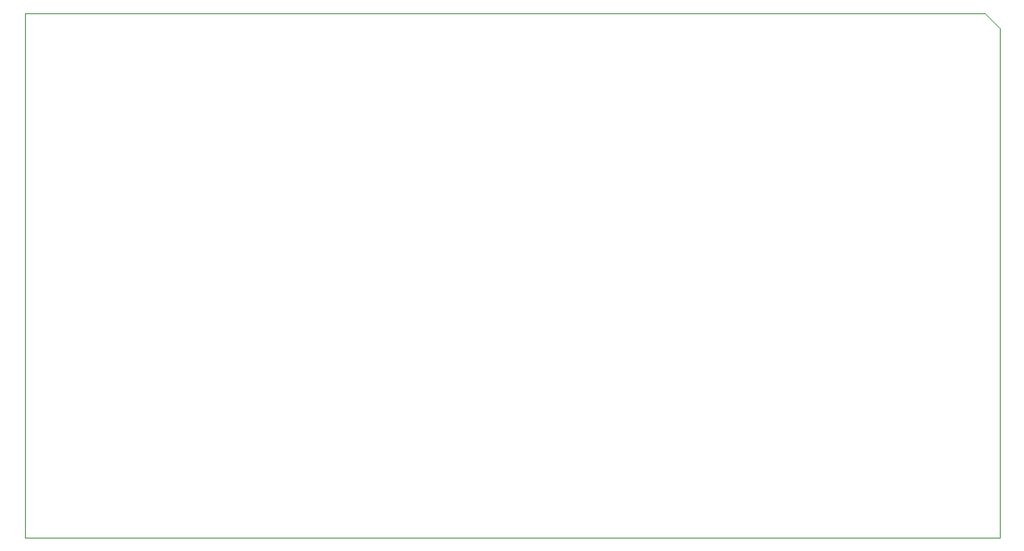
<source format=gbr>
G04 #@! TF.GenerationSoftware,KiCad,Pcbnew,5.1.10-88a1d61d58~88~ubuntu20.04.1*
G04 #@! TF.CreationDate,2021-05-27T22:44:10+02:00*
G04 #@! TF.ProjectId,PSLab,50534c61-622e-46b6-9963-61645f706362,v6.1*
G04 #@! TF.SameCoordinates,Original*
G04 #@! TF.FileFunction,Profile,NP*
%FSLAX46Y46*%
G04 Gerber Fmt 4.6, Leading zero omitted, Abs format (unit mm)*
G04 Created by KiCad (PCBNEW 5.1.10-88a1d61d58~88~ubuntu20.04.1) date 2021-05-27 22:44:10*
%MOMM*%
%LPD*%
G01*
G04 APERTURE LIST*
G04 #@! TA.AperFunction,Profile*
%ADD10C,0.100000*%
G04 #@! TD*
G04 APERTURE END LIST*
D10*
X90940000Y-113580000D02*
X90940000Y-60270000D01*
X189970000Y-113580000D02*
X90940000Y-113580000D01*
X189970000Y-61790000D02*
X189970000Y-113580000D01*
X188450000Y-60270000D02*
X189970000Y-61790000D01*
X90940000Y-60270000D02*
X188450000Y-60270000D01*
M02*

</source>
